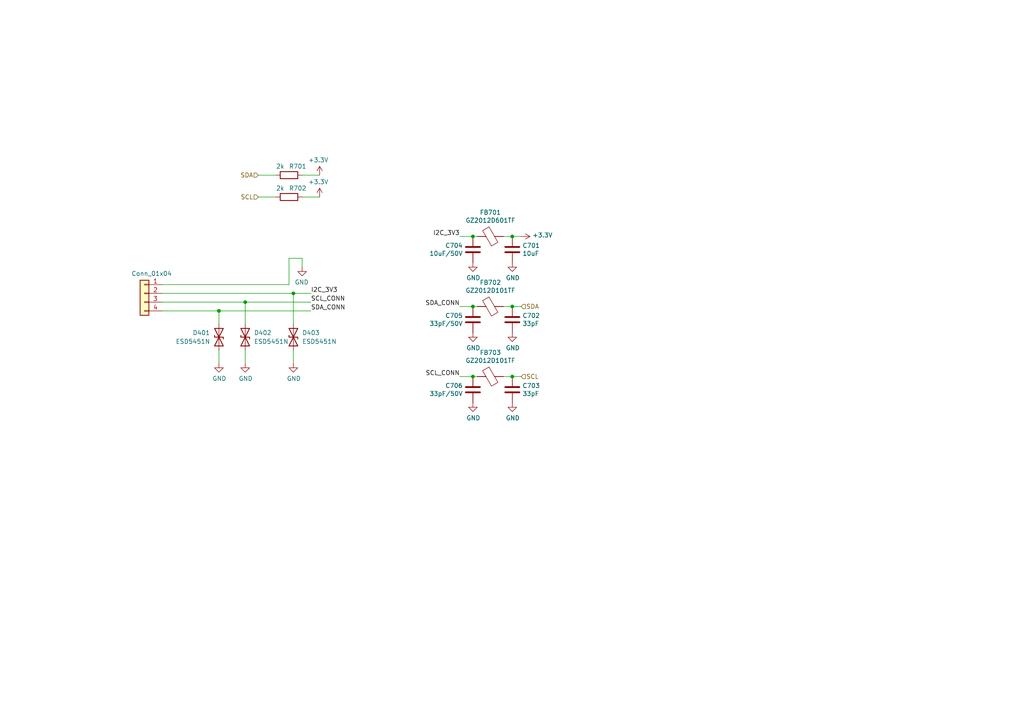
<source format=kicad_sch>
(kicad_sch (version 20230121) (generator eeschema)
  (paper "A4")
  (title_block (title "Hat Labs Marine Engine & Tank interface (HALMET)") (date "2023-11-27") (rev "1.0.0") (company "Hat Labs Ltd") (comment 1 "https://creativecommons.org/licenses/by-sa/4.0") (comment 2 "To view a copy of this license, visit ") (comment 3 "HALMET is licensed under CC BY-SA 4.0."))
  (lib_symbols
    (symbol "Connector_Generic:Conn_01x04" (pin_names (offset 1.016) hide)
      (property "Reference" "J" (at 0 5.08 0))
      (property "Value" "Conn_01x04" (at 0 -7.62 0))
      (symbol "Conn_01x04_1_1"
        (rectangle (start -1.27 -4.953) (end 0 -5.207) (stroke (width 0.1524)))
        (rectangle (start -1.27 -2.413) (end 0 -2.667) (stroke (width 0.1524)))
        (rectangle (start -1.27 0.127) (end 0 -0.127) (stroke (width 0.1524)))
        (rectangle (start -1.27 2.667) (end 0 2.413) (stroke (width 0.1524)))
        (rectangle (start -1.27 3.81) (end 1.27 -6.35) (stroke (width 0.254)) (fill (type background)))
        (pin passive line (at -5.08 2.54 0) (length 3.81) (name "Pin_1") (number "1"))
        (pin passive line (at -5.08 0 0) (length 3.81) (name "Pin_2") (number "2"))
        (pin passive line (at -5.08 -2.54 0) (length 3.81) (name "Pin_3") (number "3"))
        (pin passive line (at -5.08 -5.08 0) (length 3.81) (name "Pin_4") (number "4"))
      )
    )
    (symbol "Device:C" (pin_numbers hide) (pin_names (offset 0.254))
      (property "Reference" "C" (at 0.635 2.54 0))
      (property "Value" "C" (at 0.635 -2.54 0))
      (symbol "C_0_1"
        (polyline (pts (xy -2.032 -0.762) (xy 2.032 -0.762)) (stroke (width 0.508)))
        (polyline (pts (xy -2.032 0.762) (xy 2.032 0.762)) (stroke (width 0.508)))
      )
      (symbol "C_1_1"
        (pin passive line (at 0 3.81 270) (length 2.794) (name "~") (number "1"))
        (pin passive line (at 0 -3.81 90) (length 2.794) (name "~") (number "2"))
      )
    )
    (symbol "Device:D_TVS" (pin_numbers hide) (pin_names (offset 1.016) hide)
      (property "Reference" "D" (at 0 2.54 0))
      (property "Value" "D_TVS" (at 0 -2.54 0))
      (symbol "D_TVS_0_1"
        (polyline (pts (xy 1.27 0) (xy -1.27 0)))
        (polyline (pts (xy 0.508 1.27) (xy 0 1.27) (xy 0 -1.27) (xy -0.508 -1.27)) (stroke (width 0.254)))
        (polyline (pts (xy -2.54 1.27) (xy -2.54 -1.27) (xy 2.54 1.27) (xy 2.54 -1.27) (xy -2.54 1.27)) (stroke (width 0.254)))
      )
      (symbol "D_TVS_1_1"
        (pin passive line (at -3.81 0 0) (length 2.54) (name "A1") (number "1"))
        (pin passive line (at 3.81 0 180) (length 2.54) (name "A2") (number "2"))
      )
    )
    (symbol "Device:FerriteBead" (pin_numbers hide) (pin_names (offset 0))
      (property "Reference" "FB" (at -3.81 0.635 90))
      (property "Value" "FerriteBead" (at 3.81 0 90))
      (symbol "FerriteBead_0_1"
        (polyline (pts (xy 0 -1.27) (xy 0 -1.2192)))
        (polyline (pts (xy 0 1.27) (xy 0 1.2954)))
        (polyline (pts (xy -2.7686 0.4064) (xy -1.7018 2.2606) (xy 2.7686 -0.3048) (xy 1.6764 -2.159) (xy -2.7686 0.4064)))
      )
      (symbol "FerriteBead_1_1"
        (pin passive line (at 0 3.81 270) (length 2.54) (name "~") (number "1"))
        (pin passive line (at 0 -3.81 90) (length 2.54) (name "~") (number "2"))
      )
    )
    (symbol "Device:R" (pin_numbers hide) (pin_names (offset 0))
      (property "Reference" "R" (at 2.032 0 90))
      (property "Value" "R" (at 0 0 90))
      (symbol "R_0_1"
        (rectangle (start -1.016 -2.54) (end 1.016 2.54) (stroke (width 0.254)))
      )
      (symbol "R_1_1"
        (pin passive line (at 0 3.81 270) (length 1.27) (name "~") (number "1"))
        (pin passive line (at 0 -3.81 90) (length 1.27) (name "~") (number "2"))
      )
    )
    (symbol "power:+3.3V" (power) (pin_names (offset 0))
      (property "Value" "+3.3V" (at 0 3.556 0))
      (symbol "+3.3V_0_1"
        (polyline (pts (xy -0.762 1.27) (xy 0 2.54)))
        (polyline (pts (xy 0 0) (xy 0 2.54)))
        (polyline (pts (xy 0 2.54) (xy 0.762 1.27)))
      )
      (symbol "+3.3V_1_1"
        (pin power_in line (at 0 0 90) (length 0) hide (name "+3.3V") (number "1"))
      )
    )
    (symbol "power:GND" (power) (pin_names (offset 0))
      (property "Value" "GND" (at 0 -3.81 0))
      (symbol "GND_0_1"
        (polyline (pts (xy 0 0) (xy 0 -1.27) (xy 1.27 -1.27) (xy 0 -2.54) (xy -1.27 -1.27) (xy 0 -1.27)))
      )
      (symbol "GND_1_1"
        (pin power_in line (at 0 0 270) (length 0) hide (name "GND") (number "1"))
      )
    )
  )
  (junction (at 137.16 109.22))
  (junction (at 63.5 90.17))
  (junction (at 71.12 87.63))
  (junction (at 148.59 68.58))
  (junction (at 137.16 68.58))
  (junction (at 137.16 88.9))
  (junction (at 85.09 85.09))
  (junction (at 148.59 109.22))
  (junction (at 148.59 88.9))
  (wire (pts (xy 85.09 85.09) (xy 90.17 85.09)))
  (wire (pts (xy 46.99 82.55) (xy 83.82 82.55)))
  (wire (pts (xy 133.35 68.58) (xy 137.16 68.58)))
  (wire (pts (xy 63.5 101.6) (xy 63.5 105.41)))
  (wire (pts (xy 92.71 50.8) (xy 87.63 50.8)))
  (wire (pts (xy 148.59 68.58) (xy 151.13 68.58)))
  (wire (pts (xy 146.05 109.22) (xy 148.59 109.22)))
  (wire (pts (xy 74.93 57.15) (xy 80.01 57.15)))
  (wire (pts (xy 146.05 68.58) (xy 148.59 68.58)))
  (wire (pts (xy 46.99 87.63) (xy 71.12 87.63)))
  (wire (pts (xy 63.5 90.17) (xy 90.17 90.17)))
  (wire (pts (xy 71.12 105.41) (xy 71.12 101.6)))
  (wire (pts (xy 74.93 50.8) (xy 80.01 50.8)))
  (wire (pts (xy 71.12 87.63) (xy 90.17 87.63)))
  (wire (pts (xy 133.35 109.22) (xy 137.16 109.22)))
  (wire (pts (xy 148.59 109.22) (xy 151.13 109.22)))
  (wire (pts (xy 137.16 109.22) (xy 138.43 109.22)))
  (wire (pts (xy 133.35 88.9) (xy 137.16 88.9)))
  (wire (pts (xy 46.99 85.09) (xy 85.09 85.09)))
  (wire (pts (xy 137.16 88.9) (xy 138.43 88.9)))
  (wire (pts (xy 137.16 68.58) (xy 138.43 68.58)))
  (wire (pts (xy 83.82 74.93) (xy 87.63 74.93)))
  (wire (pts (xy 85.09 85.09) (xy 85.09 93.98)))
  (wire (pts (xy 71.12 93.98) (xy 71.12 87.63)))
  (wire (pts (xy 87.63 74.93) (xy 87.63 77.47)))
  (wire (pts (xy 85.09 105.41) (xy 85.09 101.6)))
  (wire (pts (xy 63.5 90.17) (xy 63.5 93.98)))
  (wire (pts (xy 46.99 90.17) (xy 63.5 90.17)))
  (wire (pts (xy 148.59 88.9) (xy 151.13 88.9)))
  (wire (pts (xy 146.05 88.9) (xy 148.59 88.9)))
  (wire (pts (xy 83.82 82.55) (xy 83.82 74.93)))
  (wire (pts (xy 92.71 57.15) (xy 87.63 57.15)))
  (label "SDA_CONN" (at 133.35 88.9 180))
  (label "I2C_3V3" (at 90.17 85.09 0))
  (label "SDA_CONN" (at 90.17 90.17 0))
  (label "SCL_CONN" (at 90.17 87.63 0))
  (label "I2C_3V3" (at 133.35 68.58 180))
  (label "SCL_CONN" (at 133.35 109.22 180))
  (hierarchical_label "SCL" (shape input) (at 74.93 57.15 180))
  (hierarchical_label "SDA" (shape input) (at 151.13 88.9 0))
  (hierarchical_label "SCL" (shape input) (at 151.13 109.22 0))
  (hierarchical_label "SDA" (shape input) (at 74.93 50.8 180))
  (symbol (lib_id "Connector_Generic:Conn_01x04") (at 41.91 85.09 0) (mirror y) (unit 1)
    (property "Reference" "J702" (effects hide))
    (property "Value" "Conn_01x04" (at 43.9928 79.3496 0))
    (property "Footprint" "Connector_PinSocket_2.54mm:PinSocket_1x04_P2.54mm_Vertical" (effects hide))
    (property "LCSC" "C124413" (effects hide))
    (property "JLCPCB_CORRECTION" "0;3.81;90" (effects hide))
  )
  (symbol (lib_id "power:+3.3V") (at 151.13 68.58 270) (mirror x) (unit 1)
    (property "Reference" "#PWR0712" (effects hide))
    (property "Value" "+3.3V" (at 154.3812 68.199 90) (effects (justify left)))
  )
  (symbol (lib_id "Device:C") (at 137.16 113.03 0) (mirror y) (unit 1)
    (property "Reference" "C706" (at 134.239 111.8616 0) (effects (justify left)))
    (property "Value" "33pF/50V" (at 134.239 114.173 0) (effects (justify left)))
    (property "Footprint" "Capacitor_SMD:C_0603_1608Metric" (effects hide))
    (property "LCSC" "C1663" (effects hide))
  )
  (symbol (lib_id "power:GND") (at 137.16 116.84 0) (unit 1)
    (property "Reference" "#PWR0711" (effects hide))
    (property "Value" "GND" (at 137.287 121.2342 0))
  )
  (symbol (lib_id "Device:C") (at 137.16 92.71 0) (mirror y) (unit 1)
    (property "Reference" "C705" (at 134.239 91.5416 0) (effects (justify left)))
    (property "Value" "33pF/50V" (at 134.239 93.853 0) (effects (justify left)))
    (property "Footprint" "Capacitor_SMD:C_0603_1608Metric" (effects hide))
    (property "LCSC" "C1663" (effects hide))
  )
  (symbol (lib_id "power:GND") (at 137.16 96.52 0) (unit 1)
    (property "Reference" "#PWR0710" (effects hide))
    (property "Value" "GND" (at 137.287 100.9142 0))
  )
  (symbol (lib_id "Device:C") (at 148.59 92.71 0) (unit 1)
    (property "Reference" "C702" (at 151.511 91.5416 0) (effects (justify left)))
    (property "Value" "33pF" (at 151.511 93.853 0) (effects (justify left)))
    (property "Footprint" "Capacitor_SMD:C_0402_1005Metric" (effects hide))
    (property "LCSC" "C1562" (effects hide))
  )
  (symbol (lib_id "Device:C") (at 148.59 113.03 0) (unit 1)
    (property "Reference" "C703" (at 151.511 111.8616 0) (effects (justify left)))
    (property "Value" "33pF" (at 151.511 114.173 0) (effects (justify left)))
    (property "Footprint" "Capacitor_SMD:C_0402_1005Metric" (effects hide))
    (property "LCSC" "C1562" (effects hide))
  )
  (symbol (lib_id "Device:C") (at 137.16 72.39 0) (mirror y) (unit 1)
    (property "Reference" "C704" (at 134.239 71.2216 0) (effects (justify left)))
    (property "Value" "10uF/50V" (at 134.239 73.533 0) (effects (justify left)))
    (property "Footprint" "Capacitor_SMD:C_1206_3216Metric" (effects hide))
    (property "LCSC" "C13585" (effects hide))
  )
  (symbol (lib_id "power:GND") (at 137.16 76.2 0) (unit 1)
    (property "Reference" "#PWR0709" (effects hide))
    (property "Value" "GND" (at 137.287 80.5942 0))
  )
  (symbol (lib_id "Device:C") (at 148.59 72.39 0) (unit 1)
    (property "Reference" "C701" (at 151.511 71.2216 0) (effects (justify left)))
    (property "Value" "10uF" (at 151.511 73.533 0) (effects (justify left)))
    (property "Footprint" "Capacitor_SMD:C_0402_1005Metric" (effects hide))
    (property "LCSC" "C15525" (effects hide))
  )
  (symbol (lib_id "Device:R") (at 83.82 50.8 90) (mirror x) (unit 1)
    (property "Reference" "R701" (at 86.36 48.26 90))
    (property "Value" "2k" (at 81.28 48.26 90))
    (property "Footprint" "Resistor_SMD:R_0402_1005Metric" (effects hide))
    (property "LCSC" "C4109" (effects hide))
  )
  (symbol (lib_id "power:+3.3V") (at 92.71 50.8 0) (mirror y) (unit 1)
    (property "Reference" "#PWR0704" (effects hide))
    (property "Value" "+3.3V" (at 92.329 46.4058 0))
  )
  (symbol (lib_id "Device:R") (at 83.82 57.15 90) (mirror x) (unit 1)
    (property "Reference" "R702" (at 86.36 54.61 90))
    (property "Value" "2k" (at 81.28 54.61 90))
    (property "Footprint" "Resistor_SMD:R_0402_1005Metric" (effects hide))
    (property "LCSC" "C4109" (effects hide))
  )
  (symbol (lib_id "power:+3.3V") (at 92.71 57.15 0) (mirror y) (unit 1)
    (property "Reference" "#PWR0705" (effects hide))
    (property "Value" "+3.3V" (at 92.329 52.7558 0))
  )
  (symbol (lib_id "Device:FerriteBead") (at 142.24 68.58 90) (mirror x) (unit 1)
    (property "Reference" "FB701" (at 142.24 61.6204 90))
    (property "Value" "GZ2012D601TF" (at 142.24 63.9318 90))
    (property "Footprint" "Inductor_SMD:L_0805_2012Metric" (effects hide))
    (property "LCSC" "C1017" (effects hide))
  )
  (symbol (lib_id "Device:FerriteBead") (at 142.24 109.22 90) (mirror x) (unit 1)
    (property "Reference" "FB703" (at 142.24 102.2604 90))
    (property "Value" "GZ2012D101TF" (at 142.24 104.5718 90))
    (property "Footprint" "Inductor_SMD:L_0805_2012Metric" (effects hide))
    (property "LCSC" "C1015" (effects hide))
  )
  (symbol (lib_id "Device:FerriteBead") (at 142.24 88.9 90) (mirror x) (unit 1)
    (property "Reference" "FB702" (at 142.24 81.9404 90))
    (property "Value" "GZ2012D101TF" (at 142.24 84.2518 90))
    (property "Footprint" "Inductor_SMD:L_0805_2012Metric" (effects hide))
    (property "LCSC" "C1015" (effects hide))
  )
  (symbol (lib_id "power:GND") (at 148.59 116.84 0) (unit 1)
    (property "Reference" "#PWR0708" (effects hide))
    (property "Value" "GND" (at 148.717 121.2342 0))
  )
  (symbol (lib_id "power:GND") (at 148.59 96.52 0) (unit 1)
    (property "Reference" "#PWR0707" (effects hide))
    (property "Value" "GND" (at 148.717 100.9142 0))
  )
  (symbol (lib_id "power:GND") (at 148.59 76.2 0) (unit 1)
    (property "Reference" "#PWR0706" (effects hide))
    (property "Value" "GND" (at 148.717 80.5942 0))
  )
  (symbol (lib_id "power:GND") (at 87.63 77.47 0) (mirror y) (unit 1)
    (property "Reference" "#PWR0701" (effects hide))
    (property "Value" "GND" (at 87.503 81.8642 0))
  )
  (symbol (lib_id "power:GND") (at 85.09 105.41 0) (unit 1)
    (property "Reference" "#PWR0409" (effects hide))
    (property "Value" "GND" (at 85.217 109.8042 0))
  )
  (symbol (lib_id "Device:D_TVS") (at 85.09 97.79 90) (unit 1)
    (property "Reference" "D403" (at 87.63 96.5199 90) (effects (justify right)))
    (property "Value" "ESD5451N" (at 87.63 99.0599 90) (effects (justify right)))
    (property "Footprint" "Diode_SMD:D_0402_1005Metric" (effects hide))
    (property "LCSC" "C2936977" (effects hide))
  )
  (symbol (lib_id "power:GND") (at 71.12 105.41 0) (unit 1)
    (property "Reference" "#PWR0403" (effects hide))
    (property "Value" "GND" (at 71.247 109.8042 0))
  )
  (symbol (lib_id "Device:D_TVS") (at 63.5 97.79 90) (unit 1)
    (property "Reference" "D401" (at 60.96 96.52 90) (effects (justify left)))
    (property "Value" "ESD5451N" (at 60.96 99.06 90) (effects (justify left)))
    (property "Footprint" "Diode_SMD:D_0402_1005Metric" (effects hide))
    (property "LCSC" "C2936977" (effects hide))
  )
  (symbol (lib_id "power:GND") (at 63.5 105.41 0) (unit 1)
    (property "Reference" "#PWR0401" (effects hide))
    (property "Value" "GND" (at 63.627 109.8042 0))
  )
  (symbol (lib_id "Device:D_TVS") (at 71.12 97.79 90) (unit 1)
    (property "Reference" "D402" (at 73.66 96.5199 90) (effects (justify right)))
    (property "Value" "ESD5451N" (at 73.66 99.0599 90) (effects (justify right)))
    (property "Footprint" "Diode_SMD:D_0402_1005Metric" (effects hide))
    (property "LCSC" "C2936977" (effects hide))
  )
)
</source>
